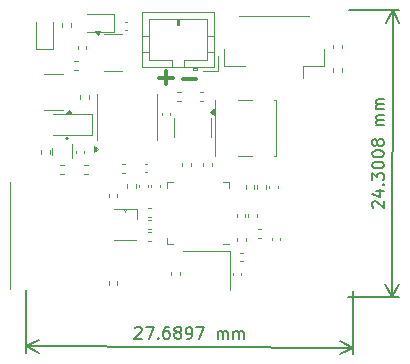
<source format=gto>
G04 #@! TF.GenerationSoftware,KiCad,Pcbnew,8.0.3*
G04 #@! TF.CreationDate,2024-07-03T22:21:13+02:00*
G04 #@! TF.ProjectId,ESP32-C3-V2,45535033-322d-4433-932d-56322e6b6963,rev?*
G04 #@! TF.SameCoordinates,Original*
G04 #@! TF.FileFunction,Legend,Top*
G04 #@! TF.FilePolarity,Positive*
%FSLAX46Y46*%
G04 Gerber Fmt 4.6, Leading zero omitted, Abs format (unit mm)*
G04 Created by KiCad (PCBNEW 8.0.3) date 2024-07-03 22:21:13*
%MOMM*%
%LPD*%
G01*
G04 APERTURE LIST*
%ADD10C,0.300000*%
%ADD11C,0.150000*%
%ADD12C,0.120000*%
G04 APERTURE END LIST*
D10*
X47445489Y5870600D02*
X46302632Y5870600D01*
X45445489Y5970600D02*
X44302632Y5970600D01*
X44874060Y5399172D02*
X44874060Y6542029D01*
D11*
X42267260Y-15223398D02*
X42315036Y-15175936D01*
X42315036Y-15175936D02*
X42410431Y-15128631D01*
X42410431Y-15128631D02*
X42648525Y-15129415D01*
X42648525Y-15129415D02*
X42743605Y-15177348D01*
X42743605Y-15177348D02*
X42791067Y-15225124D01*
X42791067Y-15225124D02*
X42838372Y-15320518D01*
X42838372Y-15320518D02*
X42838058Y-15415756D01*
X42838058Y-15415756D02*
X42789969Y-15558455D01*
X42789969Y-15558455D02*
X42216660Y-16127998D01*
X42216660Y-16127998D02*
X42835705Y-16130038D01*
X43172331Y-15131141D02*
X43838994Y-15133338D01*
X43838994Y-15133338D02*
X43407130Y-16131920D01*
X44216963Y-16039350D02*
X44264425Y-16087126D01*
X44264425Y-16087126D02*
X44216650Y-16134588D01*
X44216650Y-16134588D02*
X44169188Y-16086812D01*
X44169188Y-16086812D02*
X44216963Y-16039350D01*
X44216963Y-16039350D02*
X44216650Y-16134588D01*
X45124701Y-15137575D02*
X44934226Y-15136947D01*
X44934226Y-15136947D02*
X44838832Y-15184252D01*
X44838832Y-15184252D02*
X44791056Y-15231714D01*
X44791056Y-15231714D02*
X44695348Y-15374256D01*
X44695348Y-15374256D02*
X44647101Y-15564575D01*
X44647101Y-15564575D02*
X44645846Y-15945525D01*
X44645846Y-15945525D02*
X44693151Y-16040920D01*
X44693151Y-16040920D02*
X44740613Y-16088695D01*
X44740613Y-16088695D02*
X44835693Y-16136628D01*
X44835693Y-16136628D02*
X45026168Y-16137255D01*
X45026168Y-16137255D02*
X45121563Y-16089951D01*
X45121563Y-16089951D02*
X45169339Y-16042489D01*
X45169339Y-16042489D02*
X45217271Y-15947408D01*
X45217271Y-15947408D02*
X45218056Y-15709314D01*
X45218056Y-15709314D02*
X45170751Y-15613920D01*
X45170751Y-15613920D02*
X45123289Y-15566144D01*
X45123289Y-15566144D02*
X45028208Y-15518211D01*
X45028208Y-15518211D02*
X44837733Y-15517584D01*
X44837733Y-15517584D02*
X44742339Y-15564889D01*
X44742339Y-15564889D02*
X44694563Y-15612350D01*
X44694563Y-15612350D02*
X44646630Y-15707431D01*
X45789952Y-15568341D02*
X45694871Y-15520408D01*
X45694871Y-15520408D02*
X45647410Y-15472632D01*
X45647410Y-15472632D02*
X45600105Y-15377238D01*
X45600105Y-15377238D02*
X45600261Y-15329619D01*
X45600261Y-15329619D02*
X45648194Y-15234538D01*
X45648194Y-15234538D02*
X45695970Y-15187076D01*
X45695970Y-15187076D02*
X45791364Y-15139772D01*
X45791364Y-15139772D02*
X45981839Y-15140399D01*
X45981839Y-15140399D02*
X46076920Y-15188332D01*
X46076920Y-15188332D02*
X46124382Y-15236107D01*
X46124382Y-15236107D02*
X46171687Y-15331502D01*
X46171687Y-15331502D02*
X46171530Y-15379121D01*
X46171530Y-15379121D02*
X46123597Y-15474201D01*
X46123597Y-15474201D02*
X46075822Y-15521663D01*
X46075822Y-15521663D02*
X45980427Y-15568968D01*
X45980427Y-15568968D02*
X45789952Y-15568341D01*
X45789952Y-15568341D02*
X45694558Y-15615646D01*
X45694558Y-15615646D02*
X45646782Y-15663107D01*
X45646782Y-15663107D02*
X45598849Y-15758188D01*
X45598849Y-15758188D02*
X45598222Y-15948663D01*
X45598222Y-15948663D02*
X45645527Y-16044058D01*
X45645527Y-16044058D02*
X45692988Y-16091833D01*
X45692988Y-16091833D02*
X45788069Y-16139766D01*
X45788069Y-16139766D02*
X45978544Y-16140394D01*
X45978544Y-16140394D02*
X46073939Y-16093089D01*
X46073939Y-16093089D02*
X46121714Y-16045627D01*
X46121714Y-16045627D02*
X46169647Y-15950546D01*
X46169647Y-15950546D02*
X46170275Y-15760071D01*
X46170275Y-15760071D02*
X46122970Y-15664677D01*
X46122970Y-15664677D02*
X46075508Y-15616901D01*
X46075508Y-15616901D02*
X45980427Y-15568968D01*
X46645207Y-16142591D02*
X46835683Y-16143218D01*
X46835683Y-16143218D02*
X46931077Y-16095913D01*
X46931077Y-16095913D02*
X46978853Y-16048451D01*
X46978853Y-16048451D02*
X47074561Y-15905909D01*
X47074561Y-15905909D02*
X47122807Y-15715591D01*
X47122807Y-15715591D02*
X47124063Y-15334640D01*
X47124063Y-15334640D02*
X47076758Y-15239246D01*
X47076758Y-15239246D02*
X47029296Y-15191470D01*
X47029296Y-15191470D02*
X46934215Y-15143537D01*
X46934215Y-15143537D02*
X46743740Y-15142910D01*
X46743740Y-15142910D02*
X46648346Y-15190215D01*
X46648346Y-15190215D02*
X46600570Y-15237677D01*
X46600570Y-15237677D02*
X46552637Y-15332757D01*
X46552637Y-15332757D02*
X46551853Y-15570851D01*
X46551853Y-15570851D02*
X46599158Y-15666246D01*
X46599158Y-15666246D02*
X46646620Y-15714021D01*
X46646620Y-15714021D02*
X46741700Y-15761954D01*
X46741700Y-15761954D02*
X46932175Y-15762582D01*
X46932175Y-15762582D02*
X47027570Y-15715277D01*
X47027570Y-15715277D02*
X47075346Y-15667815D01*
X47075346Y-15667815D02*
X47123278Y-15572734D01*
X47458022Y-15145263D02*
X48124685Y-15147460D01*
X48124685Y-15147460D02*
X47692821Y-16146043D01*
X49264241Y-16151221D02*
X49266438Y-15484558D01*
X49266124Y-15579795D02*
X49313900Y-15532333D01*
X49313900Y-15532333D02*
X49409294Y-15485028D01*
X49409294Y-15485028D02*
X49552151Y-15485499D01*
X49552151Y-15485499D02*
X49647231Y-15533432D01*
X49647231Y-15533432D02*
X49694536Y-15628826D01*
X49694536Y-15628826D02*
X49692810Y-16152633D01*
X49694536Y-15628826D02*
X49742469Y-15533746D01*
X49742469Y-15533746D02*
X49837863Y-15486441D01*
X49837863Y-15486441D02*
X49980720Y-15486911D01*
X49980720Y-15486911D02*
X50075800Y-15534844D01*
X50075800Y-15534844D02*
X50123105Y-15630238D01*
X50123105Y-15630238D02*
X50121379Y-16154045D01*
X50597567Y-16155614D02*
X50599764Y-15488951D01*
X50599450Y-15584189D02*
X50647226Y-15536727D01*
X50647226Y-15536727D02*
X50742620Y-15489422D01*
X50742620Y-15489422D02*
X50885476Y-15489893D01*
X50885476Y-15489893D02*
X50980557Y-15537825D01*
X50980557Y-15537825D02*
X51027862Y-15633220D01*
X51027862Y-15633220D02*
X51026136Y-16157026D01*
X51027862Y-15633220D02*
X51075795Y-15538139D01*
X51075795Y-15538139D02*
X51171189Y-15490834D01*
X51171189Y-15490834D02*
X51314045Y-15491305D01*
X51314045Y-15491305D02*
X51409126Y-15539238D01*
X51409126Y-15539238D02*
X51456431Y-15634632D01*
X51456431Y-15634632D02*
X51454705Y-16158439D01*
X33052024Y-12008573D02*
X33034327Y-17379349D01*
X60741527Y-12099814D02*
X60723830Y-17470590D01*
X33036259Y-16792932D02*
X60725762Y-16884173D01*
X33036259Y-16792932D02*
X60725762Y-16884173D01*
X33036259Y-16792932D02*
X34164689Y-16210226D01*
X33036259Y-16792932D02*
X34160824Y-17383062D01*
X60725762Y-16884173D02*
X59597332Y-17466879D01*
X60725762Y-16884173D02*
X59601197Y-16294043D01*
X62427843Y-5059219D02*
X62380332Y-5011493D01*
X62380332Y-5011493D02*
X62332927Y-4916148D01*
X62332927Y-4916148D02*
X62333464Y-4678053D01*
X62333464Y-4678053D02*
X62381298Y-4582923D01*
X62381298Y-4582923D02*
X62429024Y-4535411D01*
X62429024Y-4535411D02*
X62524369Y-4488007D01*
X62524369Y-4488007D02*
X62619607Y-4488221D01*
X62619607Y-4488221D02*
X62762357Y-4536162D01*
X62762357Y-4536162D02*
X63332495Y-5108878D01*
X63332495Y-5108878D02*
X63333891Y-4489832D01*
X62669159Y-3631188D02*
X63335823Y-3632691D01*
X62287670Y-3868424D02*
X63001417Y-4108129D01*
X63001417Y-4108129D02*
X63002813Y-3489083D01*
X63241767Y-3108668D02*
X63289493Y-3061157D01*
X63289493Y-3061157D02*
X63337004Y-3108883D01*
X63337004Y-3108883D02*
X63289278Y-3156394D01*
X63289278Y-3156394D02*
X63241767Y-3108668D01*
X63241767Y-3108668D02*
X63337004Y-3108883D01*
X62337866Y-2725677D02*
X62339261Y-2106631D01*
X62339261Y-2106631D02*
X62719461Y-2440823D01*
X62719461Y-2440823D02*
X62719783Y-2297966D01*
X62719783Y-2297966D02*
X62767617Y-2202835D01*
X62767617Y-2202835D02*
X62815343Y-2155324D01*
X62815343Y-2155324D02*
X62910689Y-2107920D01*
X62910689Y-2107920D02*
X63148783Y-2108456D01*
X63148783Y-2108456D02*
X63243914Y-2156290D01*
X63243914Y-2156290D02*
X63291425Y-2204016D01*
X63291425Y-2204016D02*
X63338829Y-2299362D01*
X63338829Y-2299362D02*
X63338185Y-2585075D01*
X63338185Y-2585075D02*
X63290352Y-2680206D01*
X63290352Y-2680206D02*
X63242625Y-2727717D01*
X62340657Y-1487585D02*
X62340872Y-1392347D01*
X62340872Y-1392347D02*
X62388705Y-1297217D01*
X62388705Y-1297217D02*
X62436432Y-1249705D01*
X62436432Y-1249705D02*
X62531777Y-1202301D01*
X62531777Y-1202301D02*
X62722360Y-1155112D01*
X62722360Y-1155112D02*
X62960455Y-1155648D01*
X62960455Y-1155648D02*
X63150823Y-1203697D01*
X63150823Y-1203697D02*
X63245953Y-1251530D01*
X63245953Y-1251530D02*
X63293465Y-1299257D01*
X63293465Y-1299257D02*
X63340869Y-1394602D01*
X63340869Y-1394602D02*
X63340655Y-1489840D01*
X63340655Y-1489840D02*
X63292821Y-1584970D01*
X63292821Y-1584970D02*
X63245095Y-1632482D01*
X63245095Y-1632482D02*
X63149749Y-1679886D01*
X63149749Y-1679886D02*
X62959166Y-1727076D01*
X62959166Y-1727076D02*
X62721072Y-1726539D01*
X62721072Y-1726539D02*
X62530703Y-1678490D01*
X62530703Y-1678490D02*
X62435573Y-1630657D01*
X62435573Y-1630657D02*
X62388061Y-1582931D01*
X62388061Y-1582931D02*
X62340657Y-1487585D01*
X62342804Y-535207D02*
X62343019Y-439969D01*
X62343019Y-439969D02*
X62390853Y-344838D01*
X62390853Y-344838D02*
X62438579Y-297327D01*
X62438579Y-297327D02*
X62533924Y-249923D01*
X62533924Y-249923D02*
X62724507Y-202733D01*
X62724507Y-202733D02*
X62962602Y-203270D01*
X62962602Y-203270D02*
X63152970Y-251318D01*
X63152970Y-251318D02*
X63248101Y-299152D01*
X63248101Y-299152D02*
X63295612Y-346878D01*
X63295612Y-346878D02*
X63343016Y-442223D01*
X63343016Y-442223D02*
X63342802Y-537461D01*
X63342802Y-537461D02*
X63294968Y-632592D01*
X63294968Y-632592D02*
X63247242Y-680103D01*
X63247242Y-680103D02*
X63151897Y-727507D01*
X63151897Y-727507D02*
X62961313Y-774697D01*
X62961313Y-774697D02*
X62723219Y-774160D01*
X62723219Y-774160D02*
X62532850Y-726112D01*
X62532850Y-726112D02*
X62437720Y-678278D01*
X62437720Y-678278D02*
X62390208Y-630552D01*
X62390208Y-630552D02*
X62342804Y-535207D01*
X62773414Y368587D02*
X62725581Y273456D01*
X62725581Y273456D02*
X62677854Y225945D01*
X62677854Y225945D02*
X62582509Y178540D01*
X62582509Y178540D02*
X62534890Y178648D01*
X62534890Y178648D02*
X62439760Y226481D01*
X62439760Y226481D02*
X62392248Y274208D01*
X62392248Y274208D02*
X62344844Y369553D01*
X62344844Y369553D02*
X62345273Y560029D01*
X62345273Y560029D02*
X62393107Y655159D01*
X62393107Y655159D02*
X62440833Y702671D01*
X62440833Y702671D02*
X62536179Y750075D01*
X62536179Y750075D02*
X62583797Y749968D01*
X62583797Y749968D02*
X62678928Y702134D01*
X62678928Y702134D02*
X62726440Y654408D01*
X62726440Y654408D02*
X62773844Y559062D01*
X62773844Y559062D02*
X62773414Y368587D01*
X62773414Y368587D02*
X62820819Y273242D01*
X62820819Y273242D02*
X62868330Y225515D01*
X62868330Y225515D02*
X62963461Y177682D01*
X62963461Y177682D02*
X63153936Y177252D01*
X63153936Y177252D02*
X63249282Y224656D01*
X63249282Y224656D02*
X63297008Y272168D01*
X63297008Y272168D02*
X63344841Y367298D01*
X63344841Y367298D02*
X63345271Y557774D01*
X63345271Y557774D02*
X63297867Y653119D01*
X63297867Y653119D02*
X63250355Y700846D01*
X63250355Y700846D02*
X63155225Y748679D01*
X63155225Y748679D02*
X62964749Y749109D01*
X62964749Y749109D02*
X62869404Y701704D01*
X62869404Y701704D02*
X62821677Y654193D01*
X62821677Y654193D02*
X62773844Y559062D01*
X63348384Y1938723D02*
X62681719Y1940226D01*
X62776957Y1940012D02*
X62729446Y1987738D01*
X62729446Y1987738D02*
X62682041Y2083083D01*
X62682041Y2083083D02*
X62682363Y2225940D01*
X62682363Y2225940D02*
X62730197Y2321070D01*
X62730197Y2321070D02*
X62825542Y2368475D01*
X62825542Y2368475D02*
X63349350Y2367294D01*
X62825542Y2368475D02*
X62730412Y2416308D01*
X62730412Y2416308D02*
X62683008Y2511653D01*
X62683008Y2511653D02*
X62683330Y2654510D01*
X62683330Y2654510D02*
X62731163Y2749641D01*
X62731163Y2749641D02*
X62826508Y2797045D01*
X62826508Y2797045D02*
X63350317Y2795864D01*
X63351390Y3272053D02*
X62684725Y3273556D01*
X62779963Y3273341D02*
X62732452Y3321067D01*
X62732452Y3321067D02*
X62685047Y3416413D01*
X62685047Y3416413D02*
X62685369Y3559269D01*
X62685369Y3559269D02*
X62733203Y3654400D01*
X62733203Y3654400D02*
X62828548Y3701804D01*
X62828548Y3701804D02*
X63352356Y3700623D01*
X62828548Y3701804D02*
X62733418Y3749638D01*
X62733418Y3749638D02*
X62686014Y3844983D01*
X62686014Y3844983D02*
X62686336Y3987840D01*
X62686336Y3987840D02*
X62734169Y4082970D01*
X62734169Y4082970D02*
X62829514Y4130375D01*
X62829514Y4130375D02*
X63353323Y4129194D01*
X60354785Y11714942D02*
X64652008Y11705254D01*
X60299999Y-12585793D02*
X64597222Y-12595481D01*
X64065589Y11706576D02*
X64010803Y-12594159D01*
X64065589Y11706576D02*
X64010803Y-12594159D01*
X64065589Y11706576D02*
X64649469Y10578753D01*
X64065589Y11706576D02*
X63476630Y10581397D01*
X64010803Y-12594159D02*
X63426923Y-11466336D01*
X64010803Y-12594159D02*
X64599762Y-11468980D01*
D12*
G04 #@! TO.C,C3*
X53840000Y-7592164D02*
X53840000Y-7807836D01*
X54560000Y-7592164D02*
X54560000Y-7807836D01*
G04 #@! TO.C,R3*
X40020000Y-11246359D02*
X40020000Y-11553641D01*
X40780000Y-11246359D02*
X40780000Y-11553641D01*
G04 #@! TO.C,C5*
X48040000Y-1292164D02*
X48040000Y-1507836D01*
X48760000Y-1292164D02*
X48760000Y-1507836D01*
G04 #@! TO.C,R14*
X37946359Y-1440000D02*
X38253641Y-1440000D01*
X37946359Y-2200000D02*
X38253641Y-2200000D01*
G04 #@! TO.C,R9*
X59020000Y8753641D02*
X59020000Y8446359D01*
X59780000Y8753641D02*
X59780000Y8446359D01*
G04 #@! TO.C,R5*
X41620000Y-3046359D02*
X41620000Y-3353641D01*
X42380000Y-3046359D02*
X42380000Y-3353641D01*
G04 #@! TO.C,J3*
X49790000Y8390000D02*
X49790000Y6940000D01*
X49790000Y6940000D02*
X51590000Y6940000D01*
X56460000Y6940000D02*
X56460000Y5950000D01*
X56990000Y11210000D02*
X51060000Y11210000D01*
X58260000Y8390000D02*
X58260000Y6940000D01*
X58260000Y6940000D02*
X56460000Y6940000D01*
G04 #@! TO.C,C1*
X51192164Y-8840000D02*
X51407836Y-8840000D01*
X51192164Y-9560000D02*
X51407836Y-9560000D01*
G04 #@! TO.C,C12*
X37240000Y-427836D02*
X37240000Y-212164D01*
X37960000Y-427836D02*
X37960000Y-212164D01*
G04 #@! TO.C,C16*
X50540000Y-10562164D02*
X50540000Y-10777836D01*
X51260000Y-10562164D02*
X51260000Y-10777836D01*
G04 #@! TO.C,R12*
X43653641Y-5110000D02*
X43346359Y-5110000D01*
X43653641Y-5870000D02*
X43346359Y-5870000D01*
G04 #@! TO.C,C11*
X43640000Y-3307836D02*
X43640000Y-3092164D01*
X44360000Y-3307836D02*
X44360000Y-3092164D01*
G04 #@! TO.C,C13*
X42640000Y-3307836D02*
X42640000Y-3092164D01*
X43360000Y-3307836D02*
X43360000Y-3092164D01*
G04 #@! TO.C,D1*
X40500000Y-5190000D02*
X42400000Y-5190000D01*
X40500000Y-7790000D02*
X42350000Y-7790000D01*
X41400000Y-5390000D02*
X41300000Y-5190000D01*
X41500000Y-5190000D02*
X41400000Y-5390000D01*
X42400000Y-5190000D02*
X42400000Y-5965000D01*
G04 #@! TO.C,D2*
X33865000Y10700000D02*
X33865000Y8415000D01*
X33865000Y8415000D02*
X35335000Y8415000D01*
X35335000Y8415000D02*
X35335000Y10700000D01*
G04 #@! TO.C,C6*
X50940000Y-7642164D02*
X50940000Y-7857836D01*
X51660000Y-7642164D02*
X51660000Y-7857836D01*
G04 #@! TO.C,U1*
X31720000Y-2910000D02*
X31720000Y-11910000D01*
G04 #@! TO.C,R4*
X45846359Y4730000D02*
X46153641Y4730000D01*
X45846359Y3970000D02*
X46153641Y3970000D01*
G04 #@! TO.C,J2*
X42840000Y11560000D02*
X42840000Y6840000D01*
X42840000Y9450000D02*
X43450000Y9450000D01*
X42840000Y8150000D02*
X43450000Y8150000D01*
X42840000Y6840000D02*
X48960000Y6840000D01*
X43450000Y10950000D02*
X43450000Y7450000D01*
X43450000Y7450000D02*
X45400000Y7450000D01*
X45400000Y7450000D02*
X45400000Y6840000D01*
X45800000Y10450000D02*
X45800000Y10950000D01*
X45900000Y10950000D02*
X45900000Y10450000D01*
X46000000Y10950000D02*
X46000000Y10450000D01*
X46000000Y10450000D02*
X45800000Y10450000D01*
X46400000Y7450000D02*
X48350000Y7450000D01*
X46400000Y6840000D02*
X46400000Y7450000D01*
X47200000Y6840000D02*
X47200000Y6640000D01*
X47200000Y6740000D02*
X47500000Y6740000D01*
X47200000Y6640000D02*
X47500000Y6640000D01*
X47500000Y6640000D02*
X47500000Y6840000D01*
X48010000Y6540000D02*
X49260000Y6540000D01*
X48350000Y10950000D02*
X43450000Y10950000D01*
X48350000Y7450000D02*
X48350000Y10950000D01*
X48960000Y11560000D02*
X42840000Y11560000D01*
X48960000Y9450000D02*
X48350000Y9450000D01*
X48960000Y8150000D02*
X48350000Y8150000D01*
X48960000Y6840000D02*
X48960000Y11560000D01*
X49260000Y6540000D02*
X49260000Y7790000D01*
G04 #@! TO.C,R8*
X43643641Y-7120000D02*
X43336359Y-7120000D01*
X43643641Y-7880000D02*
X43336359Y-7880000D01*
G04 #@! TO.C,R1*
X52620000Y-3146359D02*
X52620000Y-3453641D01*
X53380000Y-3146359D02*
X53380000Y-3453641D01*
G04 #@! TO.C,C15*
X41607836Y10685000D02*
X41392164Y10685000D01*
X41607836Y9965000D02*
X41392164Y9965000D01*
G04 #@! TO.C,C8*
X43307836Y-1340000D02*
X43092164Y-1340000D01*
X43307836Y-2060000D02*
X43092164Y-2060000D01*
G04 #@! TO.C,R16*
X41453641Y-1320000D02*
X41146359Y-1320000D01*
X41453641Y-2080000D02*
X41146359Y-2080000D01*
G04 #@! TO.C,R13*
X35946359Y-1440000D02*
X36253641Y-1440000D01*
X35946359Y-2200000D02*
X36253641Y-2200000D01*
G04 #@! TO.C,R19*
X51620000Y-3146359D02*
X51620000Y-3453641D01*
X52380000Y-3146359D02*
X52380000Y-3453641D01*
G04 #@! TO.C,L1*
X52953641Y-6870000D02*
X52646359Y-6870000D01*
X52953641Y-7630000D02*
X52646359Y-7630000D01*
G04 #@! TO.C,D4*
X38610000Y2850000D02*
X35350000Y2850000D01*
X38610000Y1150000D02*
X35350000Y1150000D01*
X38610000Y1150000D02*
X38610000Y2850000D01*
G04 #@! TO.C,R15*
X34320000Y-166359D02*
X34320000Y-473641D01*
X35080000Y-166359D02*
X35080000Y-473641D01*
G04 #@! TO.C,R2*
X40020000Y-4153641D02*
X40020000Y-3846359D01*
X40780000Y-4153641D02*
X40780000Y-3846359D01*
G04 #@! TO.C,D3*
X38200000Y9865000D02*
X40485000Y9865000D01*
X40485000Y11335000D02*
X38200000Y11335000D01*
X40485000Y9865000D02*
X40485000Y11335000D01*
G04 #@! TO.C,R11*
X36120000Y10246359D02*
X36120000Y10553641D01*
X36880000Y10246359D02*
X36880000Y10553641D01*
G04 #@! TO.C,R10*
X59020000Y6446359D02*
X59020000Y6753641D01*
X59780000Y6446359D02*
X59780000Y6753641D01*
G04 #@! TO.C,R17*
X37443641Y7385000D02*
X37136359Y7385000D01*
X37443641Y6625000D02*
X37136359Y6625000D01*
G04 #@! TO.C,Q1*
X35240000Y-620000D02*
X35240000Y-20000D01*
X36960000Y-820000D02*
X36960000Y380000D01*
D11*
X36575000Y830000D02*
G75*
G02*
X36425000Y830000I-75000J0D01*
G01*
X36425000Y830000D02*
G75*
G02*
X36575000Y830000I75000J0D01*
G01*
D12*
G04 #@! TO.C,C18*
X37430000Y8612836D02*
X37430000Y8397164D01*
X38150000Y8612836D02*
X38150000Y8397164D01*
G04 #@! TO.C,SW2*
X49000000Y4070000D02*
X49000000Y-670000D01*
X51000000Y4070000D02*
X52200000Y4070000D01*
X51000000Y-670000D02*
X52200000Y-670000D01*
X54200000Y4070000D02*
X54000000Y4070000D01*
X54200000Y4070000D02*
X54200000Y-670000D01*
X54200000Y-700000D02*
X54000000Y-700000D01*
G04 #@! TO.C,C14*
X53640000Y-3407836D02*
X53640000Y-3192164D01*
X54360000Y-3407836D02*
X54360000Y-3192164D01*
G04 #@! TO.C,R6*
X46220000Y-1246359D02*
X46220000Y-1553641D01*
X46980000Y-1246359D02*
X46980000Y-1553641D01*
G04 #@! TO.C,C9*
X44540000Y3007836D02*
X44540000Y2792164D01*
X45260000Y3007836D02*
X45260000Y2792164D01*
G04 #@! TO.C,R7*
X43653641Y-6110000D02*
X43346359Y-6110000D01*
X43653641Y-6870000D02*
X43346359Y-6870000D01*
G04 #@! TO.C,R18*
X37620000Y4196359D02*
X37620000Y4503641D01*
X38380000Y4196359D02*
X38380000Y4503641D01*
G04 #@! TO.C,U5*
X45540000Y1750000D02*
X45540000Y2550000D01*
X45540000Y1750000D02*
X45540000Y950000D01*
X48660000Y1750000D02*
X48660000Y2550000D01*
X48660000Y1750000D02*
X48660000Y950000D01*
X48940000Y2810000D02*
X48610000Y3050000D01*
X48940000Y3290000D01*
X48940000Y2810000D01*
G36*
X48940000Y2810000D02*
G01*
X48610000Y3050000D01*
X48940000Y3290000D01*
X48940000Y2810000D01*
G37*
G04 #@! TO.C,C7*
X50890000Y-5592164D02*
X50890000Y-5807836D01*
X51610000Y-5592164D02*
X51610000Y-5807836D01*
G04 #@! TO.C,U3*
X44990000Y-2890000D02*
X44990000Y-3365000D01*
X44990000Y-8110000D02*
X44990000Y-7635000D01*
X45465000Y-2890000D02*
X44990000Y-2890000D01*
X45465000Y-8110000D02*
X44990000Y-8110000D01*
X49735000Y-2890000D02*
X50210000Y-2890000D01*
X49735000Y-8110000D02*
X50210000Y-8110000D01*
X50210000Y-2890000D02*
X50210000Y-3365000D01*
G04 #@! TO.C,C2*
X51840000Y-5592164D02*
X51840000Y-5807836D01*
X52560000Y-5592164D02*
X52560000Y-5807836D01*
G04 #@! TO.C,U6*
X40400000Y9660000D02*
X39600000Y9660000D01*
X40400000Y9660000D02*
X41200000Y9660000D01*
X40400000Y6540000D02*
X39600000Y6540000D01*
X40400000Y6540000D02*
X41200000Y6540000D01*
X39100000Y9610000D02*
X38860000Y9940000D01*
X39340000Y9940000D01*
X39100000Y9610000D01*
G36*
X39100000Y9610000D02*
G01*
X38860000Y9940000D01*
X39340000Y9940000D01*
X39100000Y9610000D01*
G37*
G04 #@! TO.C,C4*
X47772164Y4710000D02*
X47987836Y4710000D01*
X47772164Y3990000D02*
X47987836Y3990000D01*
G04 #@! TO.C,Y1*
X50300000Y-8750000D02*
X46300000Y-8750000D01*
X50300000Y-12050000D02*
X50300000Y-8750000D01*
G04 #@! TO.C,U4*
X39040000Y2600000D02*
X39040000Y4550000D01*
X39040000Y2600000D02*
X39040000Y650000D01*
X44160000Y2600000D02*
X44160000Y4550000D01*
X44160000Y2600000D02*
X44160000Y650000D01*
X39135000Y-100000D02*
X38805000Y-340000D01*
X38805000Y140000D01*
X39135000Y-100000D01*
G36*
X39135000Y-100000D02*
G01*
X38805000Y-340000D01*
X38805000Y140000D01*
X39135000Y-100000D01*
G37*
G04 #@! TO.C,U2*
X35400000Y6310000D02*
X34600000Y6310000D01*
X35400000Y6310000D02*
X36200000Y6310000D01*
X35400000Y3190000D02*
X34600000Y3190000D01*
X35400000Y3190000D02*
X36200000Y3190000D01*
X36940000Y2910000D02*
X36460000Y2910000D01*
X36700000Y3240000D01*
X36940000Y2910000D01*
G36*
X36940000Y2910000D02*
G01*
X36460000Y2910000D01*
X36700000Y3240000D01*
X36940000Y2910000D01*
G37*
G04 #@! TO.C,C17*
X45340000Y-10707836D02*
X45340000Y-10492164D01*
X46060000Y-10707836D02*
X46060000Y-10492164D01*
G04 #@! TD*
M02*

</source>
